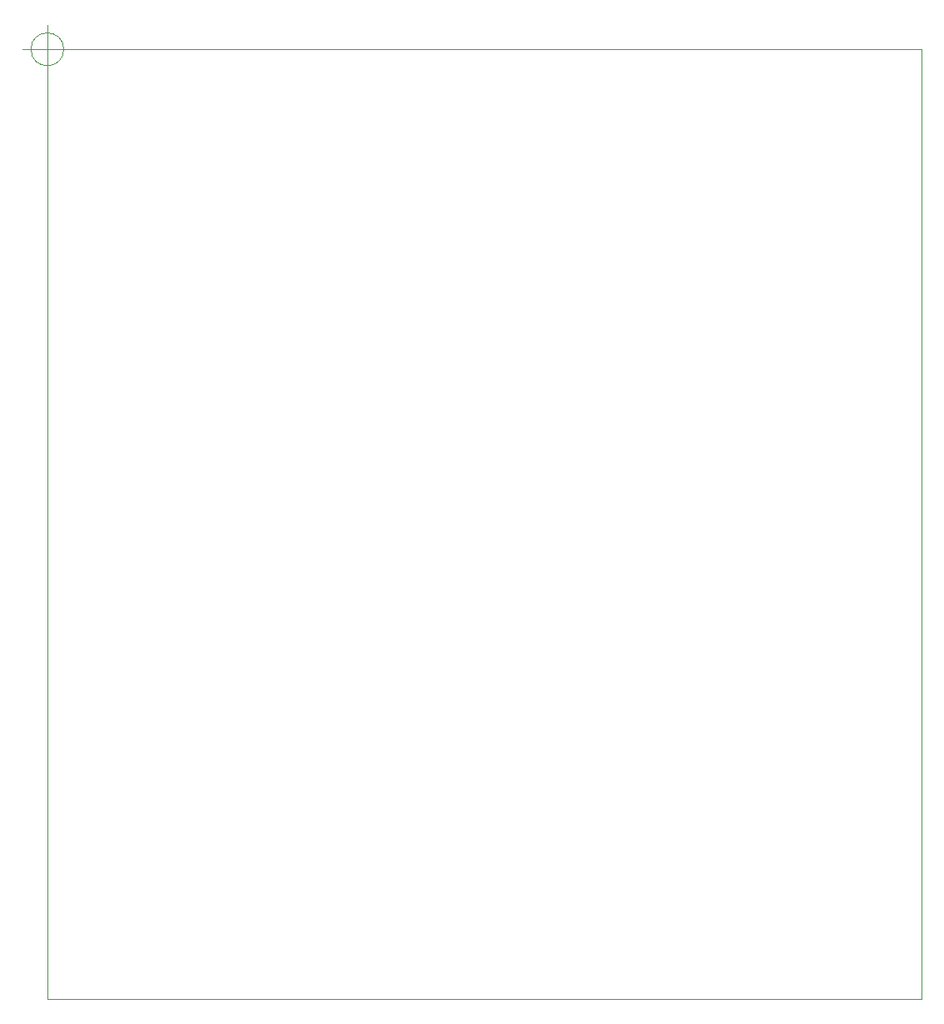
<source format=gbr>
G04 #@! TF.GenerationSoftware,KiCad,Pcbnew,5.1.5+dfsg1-2build2*
G04 #@! TF.CreationDate,2020-09-09T14:53:41-03:00*
G04 #@! TF.ProjectId,panel10x10,70616e65-6c31-4307-9831-302e6b696361,rev?*
G04 #@! TF.SameCoordinates,Original*
G04 #@! TF.FileFunction,Profile,NP*
%FSLAX46Y46*%
G04 Gerber Fmt 4.6, Leading zero omitted, Abs format (unit mm)*
G04 Created by KiCad (PCBNEW 5.1.5+dfsg1-2build2) date 2020-09-09 14:53:41*
%MOMM*%
%LPD*%
G04 APERTURE LIST*
%ADD10C,0.100000*%
%ADD11C,0.050000*%
G04 APERTURE END LIST*
D10*
X152400000Y-55880000D02*
X152400000Y-152400000D01*
X63500000Y-55880000D02*
X152400000Y-55880000D01*
X63500000Y-152400000D02*
X63500000Y-55880000D01*
X152400000Y-152400000D02*
X63500000Y-152400000D01*
D11*
X65166666Y-55880000D02*
G75*
G03X65166666Y-55880000I-1666666J0D01*
G01*
X61000000Y-55880000D02*
X66000000Y-55880000D01*
X63500000Y-53380000D02*
X63500000Y-58380000D01*
M02*

</source>
